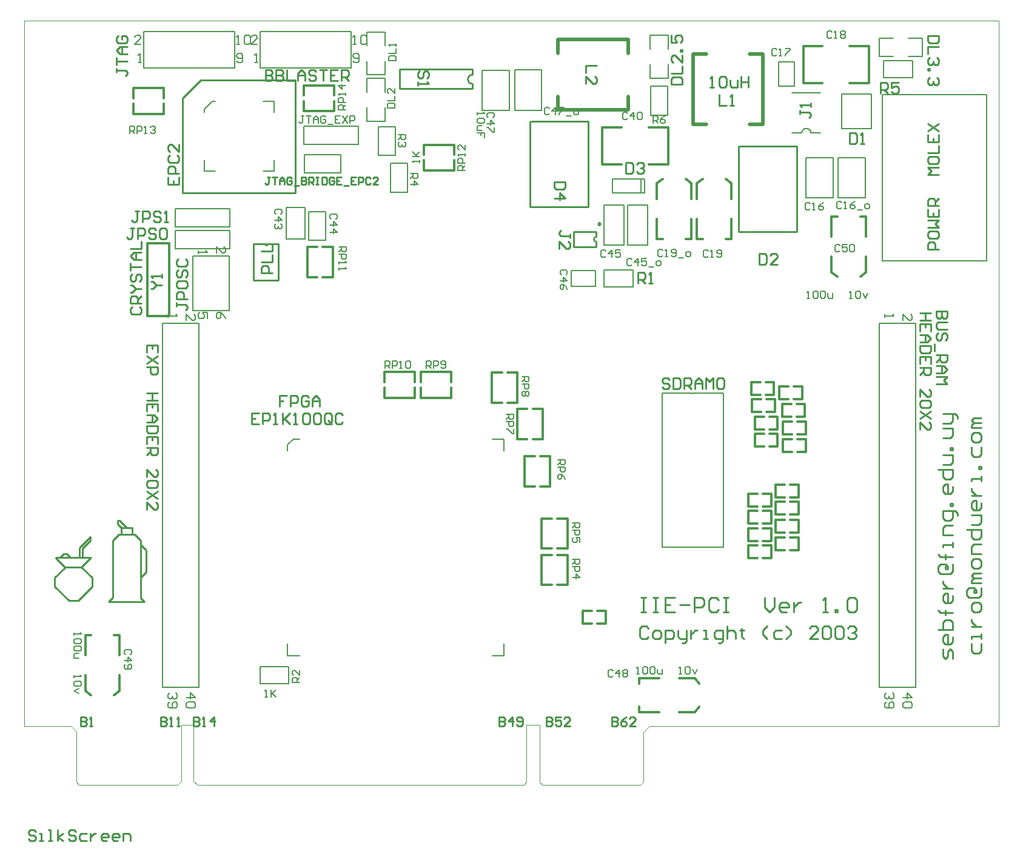
<source format=gto>
%FSLAX24Y24*%
%MOIN*%
G70*
G01*
G75*
%ADD10C,0.0080*%
%ADD11R,0.2400X0.2600*%
%ADD12R,0.0600X0.1000*%
%ADD13R,0.0400X0.0400*%
%ADD14R,0.0300X0.0300*%
%ADD15R,0.0350X0.0200*%
%ADD16R,0.1024X0.1417*%
%ADD17R,0.0630X0.0630*%
%ADD18R,0.0472X0.0433*%
%ADD19R,0.0600X0.0600*%
%ADD20R,0.1024X0.0630*%
%ADD21R,0.0433X0.0472*%
%ADD22R,0.0787X0.1496*%
%ADD23R,0.0354X0.0315*%
%ADD24R,0.1102X0.2126*%
%ADD25R,0.1417X0.1024*%
%ADD26R,0.1024X0.1417*%
%ADD27O,0.0630X0.0115*%
%ADD28R,0.0630X0.0115*%
%ADD29R,0.0315X0.0354*%
%ADD30R,0.0394X0.0551*%
%ADD31R,0.0394X0.0394*%
%ADD32O,0.0866X0.0256*%
%ADD33O,0.0256X0.0866*%
%ADD34R,0.0256X0.0866*%
%ADD35R,0.0945X0.0315*%
%ADD36O,0.0945X0.0315*%
%ADD37R,0.0157X0.0531*%
%ADD38O,0.0400X0.2000*%
%ADD39R,0.2126X0.1102*%
%ADD40O,0.0600X0.1700*%
%ADD41R,0.0600X0.1700*%
%ADD42R,0.0551X0.0512*%
%ADD43R,0.0200X0.0350*%
%ADD44R,0.0500X0.0180*%
%ADD45O,0.0115X0.0630*%
%ADD46O,0.0115X0.0630*%
%ADD47O,0.0630X0.0115*%
%ADD48R,0.0630X0.0114*%
%ADD49C,0.0100*%
%ADD50C,0.0090*%
%ADD51C,0.0070*%
%ADD52C,0.0150*%
%ADD53C,0.0200*%
%ADD54C,0.0800*%
%ADD55C,0.0250*%
%ADD56C,0.0120*%
%ADD57C,0.0197*%
%ADD58R,0.2035X0.2420*%
%ADD59C,0.0620*%
%ADD60C,0.1700*%
%ADD61C,0.1184*%
%ADD62C,0.0800*%
%ADD63C,0.0250*%
%ADD64R,0.0512X0.0551*%
%ADD65C,0.0280*%
%ADD66C,0.0220*%
%ADD67C,0.0079*%
%ADD68C,0.0098*%
%ADD69C,0.0010*%
D10*
X109494Y28430D02*
X111494D01*
X109494Y48430D02*
X111494D01*
Y28430D02*
Y48430D01*
X109494Y28430D02*
Y48430D01*
X70094Y28430D02*
X72094D01*
X70094Y48430D02*
X72094D01*
Y28430D02*
Y48430D01*
X70094Y28430D02*
Y48430D01*
X109644Y51860D02*
X115394Y51870D01*
X109644D02*
Y61010D01*
X115394D01*
Y51870D02*
Y61010D01*
X69074Y62460D02*
X74074D01*
X69074Y64460D02*
X74074D01*
X69074Y62460D02*
Y64460D01*
X74074Y62460D02*
Y64460D01*
X80874Y58260D02*
Y59260D01*
X77874Y58260D02*
X80874D01*
X77874Y59260D02*
X80874D01*
X77874Y58260D02*
Y59260D01*
X80474Y62460D02*
Y64460D01*
X75474Y62460D02*
Y64460D01*
X80474D01*
X75474Y62460D02*
X80474D01*
X71754Y49130D02*
X73754D01*
X71754Y52130D02*
X73754D01*
Y49130D02*
Y52130D01*
X71754Y49130D02*
Y52130D01*
Y49130D02*
Y51047D01*
X77894Y56710D02*
Y57710D01*
X79894D01*
X77894Y56710D02*
X79894D01*
Y57710D01*
X73804Y53740D02*
Y54740D01*
X70804Y53740D02*
X73804D01*
X70804Y54740D02*
X73804D01*
X70804Y53740D02*
Y54740D01*
X70800Y52550D02*
Y53550D01*
X73800D01*
X70800Y52550D02*
X73800D01*
Y53550D01*
X87394Y60040D02*
Y59907D01*
Y59974D01*
X87793D01*
X87727Y60040D01*
Y59707D02*
X87793Y59640D01*
Y59507D01*
X87727Y59440D01*
X87460D01*
X87394Y59507D01*
Y59640D01*
X87460Y59707D01*
X87727D01*
X87660Y59307D02*
X87460D01*
X87394Y59240D01*
Y59041D01*
X87660D01*
X87793Y58641D02*
Y58907D01*
X87593D01*
Y58774D01*
Y58907D01*
X87394D01*
X88247Y59744D02*
X88313Y59810D01*
Y59944D01*
X88247Y60010D01*
X87980D01*
X87914Y59944D01*
Y59810D01*
X87980Y59744D01*
X87914Y59410D02*
X88313D01*
X88113Y59610D01*
Y59344D01*
X88313Y59210D02*
Y58944D01*
X88247D01*
X87980Y59210D01*
X87914D01*
X95907Y51953D02*
X95840Y52020D01*
X95707D01*
X95640Y51953D01*
Y51687D01*
X95707Y51620D01*
X95840D01*
X95907Y51687D01*
X96240Y51620D02*
Y52020D01*
X96040Y51820D01*
X96306D01*
X96706Y52020D02*
X96440D01*
Y51820D01*
X96573Y51887D01*
X96640D01*
X96706Y51820D01*
Y51687D01*
X96640Y51620D01*
X96506D01*
X96440Y51687D01*
X96840Y51553D02*
X97106D01*
X97306Y51620D02*
X97439D01*
X97506Y51687D01*
Y51820D01*
X97439Y51887D01*
X97306D01*
X97239Y51820D01*
Y51687D01*
X97306Y51620D01*
X97597Y52443D02*
X97530Y52510D01*
X97397D01*
X97330Y52443D01*
Y52177D01*
X97397Y52110D01*
X97530D01*
X97597Y52177D01*
X97730Y52110D02*
X97863D01*
X97797D01*
Y52510D01*
X97730Y52443D01*
X98063Y52177D02*
X98130Y52110D01*
X98263D01*
X98330Y52177D01*
Y52443D01*
X98263Y52510D01*
X98130D01*
X98063Y52443D01*
Y52377D01*
X98130Y52310D01*
X98330D01*
X98463Y52043D02*
X98730D01*
X98929Y52110D02*
X99063D01*
X99129Y52177D01*
Y52310D01*
X99063Y52377D01*
X98929D01*
X98863Y52310D01*
Y52177D01*
X98929Y52110D01*
X107430Y55073D02*
X107364Y55140D01*
X107230D01*
X107164Y55073D01*
Y54807D01*
X107230Y54740D01*
X107364D01*
X107430Y54807D01*
X107563Y54740D02*
X107697D01*
X107630D01*
Y55140D01*
X107563Y55073D01*
X108163Y55140D02*
X108030Y55073D01*
X107897Y54940D01*
Y54807D01*
X107963Y54740D01*
X108097D01*
X108163Y54807D01*
Y54873D01*
X108097Y54940D01*
X107897D01*
X108297Y54674D02*
X108563D01*
X108763Y54740D02*
X108896D01*
X108963Y54807D01*
Y54940D01*
X108896Y55007D01*
X108763D01*
X108696Y54940D01*
Y54807D01*
X108763Y54740D01*
X80164Y60160D02*
X79764D01*
Y60360D01*
X79830Y60427D01*
X79964D01*
X80030Y60360D01*
Y60160D01*
Y60293D02*
X80164Y60427D01*
Y60560D02*
X79764D01*
Y60760D01*
X79830Y60827D01*
X79964D01*
X80030Y60760D01*
Y60560D01*
X80164Y60960D02*
Y61093D01*
Y61027D01*
X79764D01*
X79830Y60960D01*
X80164Y61493D02*
X79764D01*
X79964Y61293D01*
Y61560D01*
X68298Y58885D02*
Y59285D01*
X68498D01*
X68564Y59218D01*
Y59085D01*
X68498Y59018D01*
X68298D01*
X68431D02*
X68564Y58885D01*
X68697D02*
Y59285D01*
X68897D01*
X68964Y59218D01*
Y59085D01*
X68897Y59018D01*
X68697D01*
X69097Y58885D02*
X69231D01*
X69164D01*
Y59285D01*
X69097Y59218D01*
X69431D02*
X69497Y59285D01*
X69630D01*
X69697Y59218D01*
Y59152D01*
X69630Y59085D01*
X69564D01*
X69630D01*
X69697Y59018D01*
Y58952D01*
X69630Y58885D01*
X69497D01*
X69431Y58952D01*
X84214Y57260D02*
Y57393D01*
Y57327D01*
X83814D01*
X83880Y57260D01*
X83814Y57593D02*
X84214D01*
X84080D01*
X83814Y57860D01*
X84014Y57660D01*
X84214Y57860D01*
X86724Y56840D02*
X86324D01*
Y57040D01*
X86390Y57107D01*
X86524D01*
X86590Y57040D01*
Y56840D01*
Y56973D02*
X86724Y57107D01*
Y57240D02*
X86324D01*
Y57440D01*
X86390Y57507D01*
X86524D01*
X86590Y57440D01*
Y57240D01*
X86724Y57640D02*
Y57773D01*
Y57707D01*
X86324D01*
X86390Y57640D01*
X86724Y58240D02*
Y57973D01*
X86457Y58240D01*
X86390D01*
X86324Y58173D01*
Y58040D01*
X86390Y57973D01*
X79794Y52650D02*
X80193D01*
Y52450D01*
X80127Y52384D01*
X79994D01*
X79927Y52450D01*
Y52650D01*
Y52517D02*
X79794Y52384D01*
Y52250D02*
X80193D01*
Y52050D01*
X80127Y51984D01*
X79994D01*
X79927Y52050D01*
Y52250D01*
X79794Y51850D02*
Y51717D01*
Y51784D01*
X80193D01*
X80127Y51850D01*
X79794Y51517D02*
Y51384D01*
Y51451D01*
X80193D01*
X80127Y51517D01*
X92624Y37480D02*
X93023D01*
Y37280D01*
X92957Y37214D01*
X92823D01*
X92757Y37280D01*
Y37480D01*
Y37347D02*
X92624Y37214D01*
Y37080D02*
X93023D01*
Y36880D01*
X92957Y36814D01*
X92823D01*
X92757Y36880D01*
Y37080D01*
X93023Y36414D02*
Y36680D01*
X92823D01*
X92890Y36547D01*
Y36481D01*
X92823Y36414D01*
X92690D01*
X92624Y36481D01*
Y36614D01*
X92690Y36680D01*
X84604Y45960D02*
Y46360D01*
X84803D01*
X84870Y46293D01*
Y46160D01*
X84803Y46093D01*
X84604D01*
X84737D02*
X84870Y45960D01*
X85003D02*
Y46360D01*
X85203D01*
X85270Y46293D01*
Y46160D01*
X85203Y46093D01*
X85003D01*
X85403Y46027D02*
X85470Y45960D01*
X85603D01*
X85670Y46027D01*
Y46293D01*
X85603Y46360D01*
X85470D01*
X85403Y46293D01*
Y46227D01*
X85470Y46160D01*
X85670D01*
X89844Y45520D02*
X90243D01*
Y45320D01*
X90177Y45254D01*
X90043D01*
X89977Y45320D01*
Y45520D01*
Y45387D02*
X89844Y45254D01*
Y45120D02*
X90243D01*
Y44920D01*
X90177Y44854D01*
X90043D01*
X89977Y44920D01*
Y45120D01*
X90177Y44720D02*
X90243Y44654D01*
Y44521D01*
X90177Y44454D01*
X90110D01*
X90043Y44521D01*
X89977Y44454D01*
X89910D01*
X89844Y44521D01*
Y44654D01*
X89910Y44720D01*
X89977D01*
X90043Y44654D01*
X90110Y44720D01*
X90177D01*
X90043Y44654D02*
Y44521D01*
X88980Y43440D02*
X89380D01*
Y43240D01*
X89313Y43174D01*
X89180D01*
X89113Y43240D01*
Y43440D01*
Y43307D02*
X88980Y43174D01*
Y43040D02*
X89380D01*
Y42840D01*
X89313Y42774D01*
X89180D01*
X89113Y42840D01*
Y43040D01*
X89380Y42640D02*
Y42374D01*
X89313D01*
X89047Y42640D01*
X88980D01*
X91814Y40950D02*
X92213D01*
Y40750D01*
X92147Y40684D01*
X92014D01*
X91947Y40750D01*
Y40950D01*
Y40817D02*
X91814Y40684D01*
Y40550D02*
X92213D01*
Y40350D01*
X92147Y40284D01*
X92014D01*
X91947Y40350D01*
Y40550D01*
X92213Y39884D02*
X92147Y40017D01*
X92014Y40150D01*
X91880D01*
X91814Y40084D01*
Y39951D01*
X91880Y39884D01*
X91947D01*
X92014Y39951D01*
Y40150D01*
X82334Y45990D02*
Y46390D01*
X82534D01*
X82600Y46323D01*
Y46190D01*
X82534Y46123D01*
X82334D01*
X82467D02*
X82600Y45990D01*
X82733D02*
Y46390D01*
X82933D01*
X83000Y46323D01*
Y46190D01*
X82933Y46123D01*
X82733D01*
X83133Y45990D02*
X83267D01*
X83200D01*
Y46390D01*
X83133Y46323D01*
X83467D02*
X83533Y46390D01*
X83666D01*
X83733Y46323D01*
Y46057D01*
X83666Y45990D01*
X83533D01*
X83467Y46057D01*
Y46323D01*
X92624Y35470D02*
X93023D01*
Y35270D01*
X92957Y35204D01*
X92823D01*
X92757Y35270D01*
Y35470D01*
Y35337D02*
X92624Y35204D01*
Y35070D02*
X93023D01*
Y34870D01*
X92957Y34804D01*
X92823D01*
X92757Y34870D01*
Y35070D01*
X92624Y34471D02*
X93023D01*
X92823Y34670D01*
Y34404D01*
X97070Y59430D02*
Y59830D01*
X97270D01*
X97337Y59763D01*
Y59630D01*
X97270Y59563D01*
X97070D01*
X97203D02*
X97337Y59430D01*
X97736Y59830D02*
X97603Y59763D01*
X97470Y59630D01*
Y59497D01*
X97537Y59430D01*
X97670D01*
X97736Y59497D01*
Y59563D01*
X97670Y59630D01*
X97470D01*
X83714Y56690D02*
X84113D01*
Y56490D01*
X84047Y56424D01*
X83913D01*
X83847Y56490D01*
Y56690D01*
Y56557D02*
X83714Y56424D01*
Y56090D02*
X84113D01*
X83913Y56290D01*
Y56024D01*
X83064Y58810D02*
X83463D01*
Y58610D01*
X83397Y58544D01*
X83264D01*
X83197Y58610D01*
Y58810D01*
Y58677D02*
X83064Y58544D01*
X83397Y58410D02*
X83463Y58344D01*
Y58210D01*
X83397Y58144D01*
X83330D01*
X83264Y58210D01*
Y58277D01*
Y58210D01*
X83197Y58144D01*
X83130D01*
X83064Y58210D01*
Y58344D01*
X83130Y58410D01*
X75730Y27900D02*
X75863D01*
X75797D01*
Y28300D01*
X75730Y28233D01*
X76063Y28300D02*
Y27900D01*
Y28033D01*
X76330Y28300D01*
X76130Y28100D01*
X76330Y27900D01*
X77630Y28700D02*
X77230D01*
Y28900D01*
X77297Y28967D01*
X77430D01*
X77497Y28900D01*
Y28700D01*
Y28833D02*
X77630Y28967D01*
Y29366D02*
Y29100D01*
X77363Y29366D01*
X77297D01*
X77230Y29300D01*
Y29167D01*
X77297Y29100D01*
X77860Y59840D02*
X77727D01*
X77793D01*
Y59507D01*
X77727Y59440D01*
X77660D01*
X77594Y59507D01*
X77993Y59840D02*
X78260D01*
X78127D01*
Y59440D01*
X78393D02*
Y59707D01*
X78527Y59840D01*
X78660Y59707D01*
Y59440D01*
Y59640D01*
X78393D01*
X79060Y59773D02*
X78993Y59840D01*
X78860D01*
X78793Y59773D01*
Y59507D01*
X78860Y59440D01*
X78993D01*
X79060Y59507D01*
Y59640D01*
X78926D01*
X79193Y59374D02*
X79460D01*
X79859Y59840D02*
X79593D01*
Y59440D01*
X79859D01*
X79593Y59640D02*
X79726D01*
X79993Y59840D02*
X80259Y59440D01*
Y59840D02*
X79993Y59440D01*
X80393D02*
Y59840D01*
X80593D01*
X80659Y59773D01*
Y59640D01*
X80593Y59573D01*
X80393D01*
X82454Y60290D02*
X82854D01*
Y60490D01*
X82787Y60557D01*
X82520D01*
X82454Y60490D01*
Y60290D01*
Y60690D02*
X82854D01*
Y60957D01*
Y61357D02*
Y61090D01*
X82587Y61357D01*
X82520D01*
X82454Y61290D01*
Y61157D01*
X82520Y61090D01*
X82514Y62890D02*
X82914D01*
Y63090D01*
X82847Y63157D01*
X82580D01*
X82514Y63090D01*
Y62890D01*
Y63290D02*
X82914D01*
Y63557D01*
Y63690D02*
Y63823D01*
Y63757D01*
X82514D01*
X82580Y63690D01*
X105519Y49825D02*
X105652D01*
X105585D01*
Y50225D01*
X105519Y50158D01*
X105852D02*
X105918Y50225D01*
X106052D01*
X106118Y50158D01*
Y49892D01*
X106052Y49825D01*
X105918D01*
X105852Y49892D01*
Y50158D01*
X106252D02*
X106318Y50225D01*
X106452D01*
X106518Y50158D01*
Y49892D01*
X106452Y49825D01*
X106318D01*
X106252Y49892D01*
Y50158D01*
X106652Y50092D02*
Y49892D01*
X106718Y49825D01*
X106918D01*
Y50092D01*
X107851Y49825D02*
X107984D01*
X107918D01*
Y50225D01*
X107851Y50158D01*
X108184D02*
X108251Y50225D01*
X108384D01*
X108451Y50158D01*
Y49892D01*
X108384Y49825D01*
X108251D01*
X108184Y49892D01*
Y50158D01*
X108584Y50092D02*
X108718Y49825D01*
X108851Y50092D01*
X107325Y52698D02*
X107259Y52765D01*
X107125D01*
X107059Y52698D01*
Y52432D01*
X107125Y52365D01*
X107259D01*
X107325Y52432D01*
X107725Y52765D02*
X107458D01*
Y52565D01*
X107592Y52632D01*
X107658D01*
X107725Y52565D01*
Y52432D01*
X107658Y52365D01*
X107525D01*
X107458Y52432D01*
X107858Y52698D02*
X107925Y52765D01*
X108058D01*
X108125Y52698D01*
Y52432D01*
X108058Y52365D01*
X107925D01*
X107858Y52432D01*
Y52698D01*
X65234Y31450D02*
Y31317D01*
Y31384D01*
X65633D01*
X65567Y31450D01*
Y31117D02*
X65633Y31050D01*
Y30917D01*
X65567Y30850D01*
X65300D01*
X65234Y30917D01*
Y31050D01*
X65300Y31117D01*
X65567D01*
Y30717D02*
X65633Y30650D01*
Y30517D01*
X65567Y30451D01*
X65300D01*
X65234Y30517D01*
Y30650D01*
X65300Y30717D01*
X65567D01*
X65500Y30317D02*
X65300D01*
X65234Y30251D01*
Y30051D01*
X65500D01*
X65234Y29118D02*
Y28984D01*
Y29051D01*
X65633D01*
X65567Y29118D01*
Y28784D02*
X65633Y28718D01*
Y28584D01*
X65567Y28518D01*
X65300D01*
X65234Y28584D01*
Y28718D01*
X65300Y28784D01*
X65567D01*
X65500Y28385D02*
X65234Y28251D01*
X65500Y28118D01*
X68322Y30229D02*
X68388Y30295D01*
Y30429D01*
X68322Y30495D01*
X68055D01*
X67989Y30429D01*
Y30295D01*
X68055Y30229D01*
X67989Y29895D02*
X68388D01*
X68189Y30095D01*
Y29829D01*
X68055Y29695D02*
X67989Y29629D01*
Y29496D01*
X68055Y29429D01*
X68322D01*
X68388Y29496D01*
Y29629D01*
X68322Y29695D01*
X68255D01*
X68189Y29629D01*
Y29429D01*
X96174Y29170D02*
X96307D01*
X96240D01*
Y29570D01*
X96174Y29503D01*
X96507D02*
X96573Y29570D01*
X96707D01*
X96773Y29503D01*
Y29237D01*
X96707Y29170D01*
X96573D01*
X96507Y29237D01*
Y29503D01*
X96907D02*
X96973Y29570D01*
X97107D01*
X97173Y29503D01*
Y29237D01*
X97107Y29170D01*
X96973D01*
X96907Y29237D01*
Y29503D01*
X97307Y29437D02*
Y29237D01*
X97373Y29170D01*
X97573D01*
Y29437D01*
X98506Y29170D02*
X98639D01*
X98573D01*
Y29570D01*
X98506Y29503D01*
X98839D02*
X98906Y29570D01*
X99039D01*
X99106Y29503D01*
Y29237D01*
X99039Y29170D01*
X98906D01*
X98839Y29237D01*
Y29503D01*
X99239Y29437D02*
X99373Y29170D01*
X99506Y29437D01*
X94850Y29343D02*
X94783Y29410D01*
X94650D01*
X94584Y29343D01*
Y29077D01*
X94650Y29010D01*
X94783D01*
X94850Y29077D01*
X95183Y29010D02*
Y29410D01*
X94983Y29210D01*
X95250D01*
X95383Y29343D02*
X95450Y29410D01*
X95583D01*
X95650Y29343D01*
Y29277D01*
X95583Y29210D01*
X95650Y29143D01*
Y29077D01*
X95583Y29010D01*
X95450D01*
X95383Y29077D01*
Y29143D01*
X95450Y29210D01*
X95383Y29277D01*
Y29343D01*
X95450Y29210D02*
X95583D01*
X91360Y60243D02*
X91293Y60310D01*
X91160D01*
X91094Y60243D01*
Y59977D01*
X91160Y59910D01*
X91293D01*
X91360Y59977D01*
X91693Y59910D02*
Y60310D01*
X91493Y60110D01*
X91760D01*
X91893Y60310D02*
X92160D01*
Y60243D01*
X91893Y59977D01*
Y59910D01*
X92293Y59844D02*
X92560D01*
X92760Y59910D02*
X92893D01*
X92960Y59977D01*
Y60110D01*
X92893Y60177D01*
X92760D01*
X92693Y60110D01*
Y59977D01*
X92760Y59910D01*
X92277Y51124D02*
X92343Y51190D01*
Y51324D01*
X92277Y51390D01*
X92010D01*
X91944Y51324D01*
Y51190D01*
X92010Y51124D01*
X91944Y50790D02*
X92343D01*
X92143Y50990D01*
Y50724D01*
X92343Y50324D02*
X92277Y50457D01*
X92143Y50590D01*
X92010D01*
X91944Y50524D01*
Y50391D01*
X92010Y50324D01*
X92077D01*
X92143Y50391D01*
Y50590D01*
X94450Y52403D02*
X94383Y52470D01*
X94250D01*
X94184Y52403D01*
Y52137D01*
X94250Y52070D01*
X94383D01*
X94450Y52137D01*
X94783Y52070D02*
Y52470D01*
X94583Y52270D01*
X94850D01*
X95250Y52470D02*
X94983D01*
Y52270D01*
X95117Y52337D01*
X95183D01*
X95250Y52270D01*
Y52137D01*
X95183Y52070D01*
X95050D01*
X94983Y52137D01*
X95660Y59983D02*
X95594Y60050D01*
X95460D01*
X95394Y59983D01*
Y59717D01*
X95460Y59650D01*
X95594D01*
X95660Y59717D01*
X95993Y59650D02*
Y60050D01*
X95793Y59850D01*
X96060D01*
X96193Y59983D02*
X96260Y60050D01*
X96393D01*
X96460Y59983D01*
Y59717D01*
X96393Y59650D01*
X96260D01*
X96193Y59717D01*
Y59983D01*
X100080Y52403D02*
X100014Y52470D01*
X99880D01*
X99814Y52403D01*
Y52137D01*
X99880Y52070D01*
X100014D01*
X100080Y52137D01*
X100213Y52070D02*
X100347D01*
X100280D01*
Y52470D01*
X100213Y52403D01*
X100547Y52137D02*
X100613Y52070D01*
X100747D01*
X100813Y52137D01*
Y52403D01*
X100747Y52470D01*
X100613D01*
X100547Y52403D01*
Y52337D01*
X100613Y52270D01*
X100813D01*
X106880Y64443D02*
X106813Y64510D01*
X106680D01*
X106614Y64443D01*
Y64177D01*
X106680Y64110D01*
X106813D01*
X106880Y64177D01*
X107013Y64110D02*
X107147D01*
X107080D01*
Y64510D01*
X107013Y64443D01*
X107347D02*
X107413Y64510D01*
X107547D01*
X107613Y64443D01*
Y64377D01*
X107547Y64310D01*
X107613Y64243D01*
Y64177D01*
X107547Y64110D01*
X107413D01*
X107347Y64177D01*
Y64243D01*
X107413Y64310D01*
X107347Y64377D01*
Y64443D01*
X107413Y64310D02*
X107547D01*
X103860Y63463D02*
X103793Y63530D01*
X103660D01*
X103594Y63463D01*
Y63197D01*
X103660Y63130D01*
X103793D01*
X103860Y63197D01*
X103993Y63130D02*
X104127D01*
X104060D01*
Y63530D01*
X103993Y63463D01*
X104327Y63530D02*
X104593D01*
Y63463D01*
X104327Y63197D01*
Y63130D01*
X105680Y55013D02*
X105613Y55080D01*
X105480D01*
X105414Y55013D01*
Y54747D01*
X105480Y54680D01*
X105613D01*
X105680Y54747D01*
X105813Y54680D02*
X105947D01*
X105880D01*
Y55080D01*
X105813Y55013D01*
X106413Y55080D02*
X106280Y55013D01*
X106147Y54880D01*
Y54747D01*
X106213Y54680D01*
X106347D01*
X106413Y54747D01*
Y54813D01*
X106347Y54880D01*
X106147D01*
X79627Y54184D02*
X79693Y54250D01*
Y54384D01*
X79627Y54450D01*
X79360D01*
X79294Y54384D01*
Y54250D01*
X79360Y54184D01*
X79294Y53850D02*
X79693D01*
X79493Y54050D01*
Y53784D01*
X79294Y53451D02*
X79693D01*
X79493Y53650D01*
Y53384D01*
X76593Y54433D02*
X76660Y54500D01*
Y54633D01*
X76593Y54700D01*
X76327D01*
X76260Y54633D01*
Y54500D01*
X76327Y54433D01*
X76260Y54100D02*
X76660D01*
X76460Y54300D01*
Y54034D01*
X76593Y53900D02*
X76660Y53834D01*
Y53700D01*
X76593Y53634D01*
X76527D01*
X76460Y53700D01*
Y53767D01*
Y53700D01*
X76393Y53634D01*
X76327D01*
X76260Y53700D01*
Y53834D01*
X76327Y53900D01*
X110210Y28130D02*
X110293Y28047D01*
Y27880D01*
X110210Y27797D01*
X110127D01*
X110043Y27880D01*
Y27964D01*
Y27880D01*
X109960Y27797D01*
X109877D01*
X109794Y27880D01*
Y28047D01*
X109877Y28130D01*
Y27630D02*
X109794Y27547D01*
Y27380D01*
X109877Y27297D01*
X110210D01*
X110293Y27380D01*
Y27547D01*
X110210Y27630D01*
X110127D01*
X110043Y27547D01*
Y27297D01*
X110794Y27880D02*
X111293D01*
X111043Y28130D01*
Y27797D01*
X111210Y27630D02*
X111293Y27547D01*
Y27380D01*
X111210Y27297D01*
X110877D01*
X110794Y27380D01*
Y27547D01*
X110877Y27630D01*
X111210D01*
X110794Y48597D02*
Y48930D01*
X111127Y48597D01*
X111210D01*
X111293Y48680D01*
Y48847D01*
X111210Y48930D01*
X109794D02*
Y48764D01*
Y48847D01*
X110293D01*
X110210Y48930D01*
X70810Y28130D02*
X70893Y28047D01*
Y27880D01*
X70810Y27797D01*
X70727D01*
X70643Y27880D01*
Y27964D01*
Y27880D01*
X70560Y27797D01*
X70477D01*
X70394Y27880D01*
Y28047D01*
X70477Y28130D01*
Y27630D02*
X70394Y27547D01*
Y27380D01*
X70477Y27297D01*
X70810D01*
X70893Y27380D01*
Y27547D01*
X70810Y27630D01*
X70727D01*
X70643Y27547D01*
Y27297D01*
X71394Y27880D02*
X71893D01*
X71643Y28130D01*
Y27797D01*
X71810Y27630D02*
X71893Y27547D01*
Y27380D01*
X71810Y27297D01*
X71477D01*
X71394Y27380D01*
Y27547D01*
X71477Y27630D01*
X71810D01*
X71394Y48597D02*
Y48930D01*
X71727Y48597D01*
X71810D01*
X71893Y48680D01*
Y48847D01*
X71810Y48930D01*
X70394D02*
Y48764D01*
Y48847D01*
X70893D01*
X70810Y48930D01*
X74174Y63760D02*
X74340D01*
X74257D01*
Y64260D01*
X74174Y64177D01*
X74590D02*
X74673Y64260D01*
X74840D01*
X74923Y64177D01*
Y63843D01*
X74840Y63760D01*
X74673D01*
X74590Y63843D01*
Y64177D01*
X74174Y62843D02*
X74257Y62760D01*
X74423D01*
X74507Y62843D01*
Y63177D01*
X74423Y63260D01*
X74257D01*
X74174Y63177D01*
Y63093D01*
X74257Y63010D01*
X74507D01*
X68774Y62760D02*
X68940D01*
X68857D01*
Y63260D01*
X68774Y63177D01*
X68907Y63760D02*
X68574D01*
X68907Y64093D01*
Y64177D01*
X68823Y64260D01*
X68657D01*
X68574Y64177D01*
X75307Y63760D02*
X74974D01*
X75307Y64093D01*
Y64177D01*
X75223Y64260D01*
X75057D01*
X74974Y64177D01*
X75174Y62760D02*
X75340D01*
X75257D01*
Y63260D01*
X75174Y63177D01*
X80574Y62843D02*
X80657Y62760D01*
X80823D01*
X80907Y62843D01*
Y63177D01*
X80823Y63260D01*
X80657D01*
X80574Y63177D01*
Y63093D01*
X80657Y63010D01*
X80907D01*
X80574Y63760D02*
X80740D01*
X80657D01*
Y64260D01*
X80574Y64177D01*
X80990D02*
X81073Y64260D01*
X81240D01*
X81323Y64177D01*
Y63843D01*
X81240Y63760D01*
X81073D01*
X80990Y63843D01*
Y64177D01*
X73553Y48697D02*
X73470Y48864D01*
X73303Y49030D01*
X73137D01*
X73054Y48947D01*
Y48780D01*
X73137Y48697D01*
X73220D01*
X73303Y48780D01*
Y49030D01*
X72553Y48697D02*
Y49030D01*
X72303D01*
X72387Y48864D01*
Y48780D01*
X72303Y48697D01*
X72137D01*
X72054Y48780D01*
Y48947D01*
X72137Y49030D01*
X73054Y52297D02*
Y52630D01*
X73387Y52297D01*
X73470D01*
X73553Y52380D01*
Y52547D01*
X73470Y52630D01*
X72054Y52430D02*
Y52264D01*
Y52347D01*
X72553D01*
X72470Y52430D01*
D49*
X87119Y62115D02*
X87023Y62096D01*
X86942Y62042D01*
X86888Y61961D01*
X86869Y61865D01*
X86888Y61770D01*
X86942Y61688D01*
X87023Y61634D01*
X87119Y61615D01*
X75731Y52800D02*
X75794Y52738D01*
X75856Y52800D01*
X68889Y34461D02*
X69203Y34775D01*
Y35966D01*
X68889Y36280D02*
X69203Y35966D01*
X68889Y36280D02*
Y36289D01*
X67723Y37604D02*
X68128Y37198D01*
X67632Y37604D02*
X67723D01*
X67624Y37595D02*
X67632Y37604D01*
X67624Y37422D02*
Y37595D01*
Y37422D02*
X67831Y37215D01*
Y37198D02*
Y37215D01*
X68434Y36835D02*
Y37190D01*
X68426Y37198D02*
X68434Y37190D01*
X67831Y37198D02*
X68426D01*
X67831Y36835D02*
Y37198D01*
X67136Y33154D02*
X67202Y33146D01*
X69088D01*
X68889Y33345D02*
X69088Y33146D01*
X68889Y33345D02*
Y36504D01*
X68558Y36835D02*
X68889Y36504D01*
X67698Y36835D02*
X68558D01*
X67367Y36504D02*
X67698Y36835D01*
X67367Y33386D02*
Y36504D01*
X67136Y33154D02*
X67367Y33386D01*
X67136Y33154D02*
D01*
X64448Y35569D02*
X64647Y35768D01*
X64820D01*
X65019Y35569D01*
X65176D01*
X65705D02*
Y36074D01*
X66135Y36504D01*
Y36702D01*
X65540Y36107D02*
X66135Y36702D01*
X65540Y35569D02*
Y36107D01*
X65639Y35040D02*
X66218Y34461D01*
Y33965D02*
Y34461D01*
X65474Y33212D02*
X66218Y33965D01*
X64953Y33212D02*
X65474D01*
X64175Y33990D02*
X64953Y33212D01*
X64175Y33990D02*
Y34469D01*
X64713Y35007D01*
Y35040D01*
X64217Y35536D02*
Y35569D01*
Y35536D02*
X64713Y35040D01*
X65639D01*
X66168Y35569D01*
X64217D02*
X66168D01*
X101774Y53490D02*
X104974D01*
Y58190D01*
X101824D02*
X104974D01*
X101774Y53490D02*
Y58190D01*
X90300Y54850D02*
Y59550D01*
X90350D02*
X93500D01*
Y54850D02*
Y59550D01*
X90300Y54850D02*
X93500D01*
X71194Y55610D02*
X77394D01*
Y61810D01*
X71194Y55610D02*
Y60810D01*
X72194Y61810D01*
X77394D01*
X83119Y62395D02*
X87119D01*
X83119Y61335D02*
Y62395D01*
Y61335D02*
X87119D01*
Y61615D01*
Y62115D02*
Y62395D01*
X75104Y50805D02*
Y52805D01*
Y50805D02*
X76454D01*
Y52805D01*
X75856Y52800D02*
X76454Y52805D01*
X75104D02*
X75731Y52800D01*
X76000Y56490D02*
X75867D01*
X75933D01*
Y56157D01*
X75867Y56090D01*
X75800D01*
X75734Y56157D01*
X76133Y56490D02*
X76400D01*
X76267D01*
Y56090D01*
X76533D02*
Y56357D01*
X76667Y56490D01*
X76800Y56357D01*
Y56090D01*
Y56290D01*
X76533D01*
X77200Y56423D02*
X77133Y56490D01*
X77000D01*
X76933Y56423D01*
Y56157D01*
X77000Y56090D01*
X77133D01*
X77200Y56157D01*
Y56290D01*
X77066D01*
X77333Y56024D02*
X77600D01*
X77733Y56490D02*
Y56090D01*
X77933D01*
X78000Y56157D01*
Y56223D01*
X77933Y56290D01*
X77733D01*
X77933D01*
X78000Y56357D01*
Y56423D01*
X77933Y56490D01*
X77733D01*
X78133Y56090D02*
Y56490D01*
X78333D01*
X78399Y56423D01*
Y56290D01*
X78333Y56223D01*
X78133D01*
X78266D02*
X78399Y56090D01*
X78533Y56490D02*
X78666D01*
X78599D01*
Y56090D01*
X78533D01*
X78666D01*
X78866Y56490D02*
Y56090D01*
X79066D01*
X79132Y56157D01*
Y56423D01*
X79066Y56490D01*
X78866D01*
X79532Y56423D02*
X79466Y56490D01*
X79332D01*
X79266Y56423D01*
Y56157D01*
X79332Y56090D01*
X79466D01*
X79532Y56157D01*
Y56290D01*
X79399D01*
X79932Y56490D02*
X79666D01*
Y56090D01*
X79932D01*
X79666Y56290D02*
X79799D01*
X80065Y56024D02*
X80332D01*
X80732Y56490D02*
X80465D01*
Y56090D01*
X80732D01*
X80465Y56290D02*
X80599D01*
X80865Y56090D02*
Y56490D01*
X81065D01*
X81132Y56423D01*
Y56290D01*
X81065Y56223D01*
X80865D01*
X81532Y56423D02*
X81465Y56490D01*
X81332D01*
X81265Y56423D01*
Y56157D01*
X81332Y56090D01*
X81465D01*
X81532Y56157D01*
X81932Y56090D02*
X81665D01*
X81932Y56357D01*
Y56423D01*
X81865Y56490D01*
X81732D01*
X81665Y56423D01*
X68414Y49350D02*
X68314Y49250D01*
Y49050D01*
X68414Y48950D01*
X68814D01*
X68914Y49050D01*
Y49250D01*
X68814Y49350D01*
X68914Y49550D02*
X68314D01*
Y49850D01*
X68414Y49950D01*
X68614D01*
X68714Y49850D01*
Y49550D01*
Y49750D02*
X68914Y49950D01*
X68314Y50150D02*
X68414D01*
X68614Y50350D01*
X68414Y50550D01*
X68314D01*
X68614Y50350D02*
X68914D01*
X68414Y51149D02*
X68314Y51050D01*
Y50850D01*
X68414Y50750D01*
X68514D01*
X68614Y50850D01*
Y51050D01*
X68714Y51149D01*
X68814D01*
X68914Y51050D01*
Y50850D01*
X68814Y50750D01*
X68314Y51349D02*
Y51749D01*
Y51549D01*
X68914D01*
Y51949D02*
X68514D01*
X68314Y52149D01*
X68514Y52349D01*
X68914D01*
X68614D01*
Y51949D01*
X68314Y52549D02*
X68914D01*
Y52949D01*
X69474Y50340D02*
X69574D01*
X69774Y50540D01*
X69574Y50740D01*
X69474D01*
X69774Y50540D02*
X70074D01*
Y50940D02*
Y51140D01*
Y51040D01*
X69474D01*
X69574Y50940D01*
X84613Y61915D02*
X84713Y62015D01*
Y62215D01*
X84613Y62315D01*
X84513D01*
X84413Y62215D01*
Y62015D01*
X84313Y61915D01*
X84214D01*
X84114Y62015D01*
Y62215D01*
X84214Y62315D01*
X84114Y61715D02*
Y61515D01*
Y61615D01*
X84713D01*
X84613Y61715D01*
X109569Y61085D02*
Y61685D01*
X109868D01*
X109968Y61585D01*
Y61385D01*
X109868Y61285D01*
X109569D01*
X109768D02*
X109968Y61085D01*
X110568Y61685D02*
X110168D01*
Y61385D01*
X110368Y61485D01*
X110468D01*
X110568Y61385D01*
Y61185D01*
X110468Y61085D01*
X110268D01*
X110168Y61185D01*
X96234Y50640D02*
Y51240D01*
X96533D01*
X96633Y51140D01*
Y50940D01*
X96533Y50840D01*
X96234D01*
X96433D02*
X96633Y50640D01*
X96833D02*
X97033D01*
X96933D01*
Y51240D01*
X96833Y51140D01*
X112754Y56620D02*
X112154D01*
X112354Y56820D01*
X112154Y57020D01*
X112754D01*
X112154Y57520D02*
Y57320D01*
X112254Y57220D01*
X112654D01*
X112754Y57320D01*
Y57520D01*
X112654Y57620D01*
X112254D01*
X112154Y57520D01*
Y57820D02*
X112754D01*
Y58220D01*
X112154Y58819D02*
Y58420D01*
X112754D01*
Y58819D01*
X112454Y58420D02*
Y58620D01*
X112154Y59019D02*
X112754Y59419D01*
X112154D02*
X112754Y59019D01*
Y52510D02*
X112154D01*
Y52810D01*
X112254Y52910D01*
X112454D01*
X112554Y52810D01*
Y52510D01*
X112154Y53410D02*
Y53210D01*
X112254Y53110D01*
X112654D01*
X112754Y53210D01*
Y53410D01*
X112654Y53510D01*
X112254D01*
X112154Y53410D01*
Y53710D02*
X112754D01*
X112554Y53910D01*
X112754Y54110D01*
X112154D01*
Y54709D02*
Y54310D01*
X112754D01*
Y54709D01*
X112454Y54310D02*
Y54510D01*
X112754Y54909D02*
X112154D01*
Y55209D01*
X112254Y55309D01*
X112454D01*
X112554Y55209D01*
Y54909D01*
Y55109D02*
X112754Y55309D01*
X76114Y51200D02*
X75514D01*
Y51500D01*
X75614Y51600D01*
X75814D01*
X75914Y51500D01*
Y51200D01*
X75514Y51800D02*
X76114D01*
Y52200D01*
X75514Y52400D02*
X76114D01*
Y52800D01*
X93963Y62610D02*
X93364D01*
Y62210D01*
Y61611D02*
Y62010D01*
X93763Y61611D01*
X93863D01*
X93963Y61710D01*
Y61910D01*
X93863Y62010D01*
X100190Y61420D02*
X100390D01*
X100290D01*
Y62020D01*
X100190Y61920D01*
X100690D02*
X100790Y62020D01*
X100990D01*
X101090Y61920D01*
Y61520D01*
X100990Y61420D01*
X100790D01*
X100690Y61520D01*
Y61920D01*
X101290Y61820D02*
Y61520D01*
X101390Y61420D01*
X101690D01*
Y61820D01*
X101889Y62020D02*
Y61420D01*
Y61720D01*
X102289D01*
Y62020D01*
Y61420D01*
X100680Y61010D02*
Y60410D01*
X101080D01*
X101280D02*
X101480D01*
X101380D01*
Y61010D01*
X101280Y60910D01*
X67549Y62435D02*
Y62235D01*
Y62335D01*
X68049D01*
X68149Y62235D01*
Y62135D01*
X68049Y62035D01*
X67549Y62635D02*
Y63035D01*
Y62835D01*
X68149D01*
Y63235D02*
X67749D01*
X67549Y63435D01*
X67749Y63635D01*
X68149D01*
X67849D01*
Y63235D01*
X67649Y64234D02*
X67549Y64135D01*
Y63935D01*
X67649Y63835D01*
X68049D01*
X68149Y63935D01*
Y64135D01*
X68049Y64234D01*
X67849D01*
Y64035D01*
X68790Y54620D02*
X68590D01*
X68690D01*
Y54120D01*
X68590Y54020D01*
X68490D01*
X68390Y54120D01*
X68990Y54020D02*
Y54620D01*
X69290D01*
X69390Y54520D01*
Y54320D01*
X69290Y54220D01*
X68990D01*
X69989Y54520D02*
X69890Y54620D01*
X69690D01*
X69590Y54520D01*
Y54420D01*
X69690Y54320D01*
X69890D01*
X69989Y54220D01*
Y54120D01*
X69890Y54020D01*
X69690D01*
X69590Y54120D01*
X70189Y54020D02*
X70389D01*
X70289D01*
Y54620D01*
X70189Y54520D01*
X68540Y53680D02*
X68340D01*
X68440D01*
Y53180D01*
X68340Y53080D01*
X68240D01*
X68140Y53180D01*
X68740Y53080D02*
Y53680D01*
X69040D01*
X69140Y53580D01*
Y53380D01*
X69040Y53280D01*
X68740D01*
X69739Y53580D02*
X69640Y53680D01*
X69440D01*
X69340Y53580D01*
Y53480D01*
X69440Y53380D01*
X69640D01*
X69739Y53280D01*
Y53180D01*
X69640Y53080D01*
X69440D01*
X69340Y53180D01*
X69939Y53580D02*
X70039Y53680D01*
X70239D01*
X70339Y53580D01*
Y53180D01*
X70239Y53080D01*
X70039D01*
X69939Y53180D01*
Y53580D01*
X70864Y49590D02*
Y49390D01*
Y49490D01*
X71364D01*
X71464Y49390D01*
Y49290D01*
X71364Y49190D01*
X71464Y49790D02*
X70864D01*
Y50090D01*
X70964Y50190D01*
X71164D01*
X71264Y50090D01*
Y49790D01*
X70864Y50690D02*
Y50490D01*
X70964Y50390D01*
X71364D01*
X71464Y50490D01*
Y50690D01*
X71364Y50790D01*
X70964D01*
X70864Y50690D01*
X70964Y51389D02*
X70864Y51290D01*
Y51090D01*
X70964Y50990D01*
X71064D01*
X71164Y51090D01*
Y51290D01*
X71264Y51389D01*
X71364D01*
X71464Y51290D01*
Y51090D01*
X71364Y50990D01*
X70964Y51989D02*
X70864Y51889D01*
Y51689D01*
X70964Y51589D01*
X71364D01*
X71464Y51689D01*
Y51889D01*
X71364Y51989D01*
X92503Y53140D02*
Y53340D01*
Y53240D01*
X92004D01*
X91904Y53340D01*
Y53440D01*
X92004Y53540D01*
X91904Y52541D02*
Y52940D01*
X92303Y52541D01*
X92403D01*
X92503Y52640D01*
Y52840D01*
X92403Y52940D01*
X105134Y60150D02*
Y59950D01*
Y60050D01*
X105634D01*
X105734Y59950D01*
Y59850D01*
X105634Y59750D01*
X105734Y60350D02*
Y60550D01*
Y60450D01*
X105134D01*
X105234Y60350D01*
X75400Y43520D02*
X75000D01*
Y42920D01*
X75400D01*
X75000Y43220D02*
X75200D01*
X75600Y42920D02*
Y43520D01*
X75900D01*
X76000Y43420D01*
Y43220D01*
X75900Y43120D01*
X75600D01*
X76200Y42920D02*
X76400D01*
X76300D01*
Y43520D01*
X76200Y43420D01*
X76699Y43520D02*
Y42920D01*
Y43120D01*
X77099Y43520D01*
X76799Y43220D01*
X77099Y42920D01*
X77299D02*
X77499D01*
X77399D01*
Y43520D01*
X77299Y43420D01*
X77799D02*
X77899Y43520D01*
X78099D01*
X78199Y43420D01*
Y43020D01*
X78099Y42920D01*
X77899D01*
X77799Y43020D01*
Y43420D01*
X78399D02*
X78499Y43520D01*
X78699D01*
X78799Y43420D01*
Y43020D01*
X78699Y42920D01*
X78499D01*
X78399Y43020D01*
Y43420D01*
X79399Y43020D02*
Y43420D01*
X79299Y43520D01*
X79099D01*
X78999Y43420D01*
Y43020D01*
X79099Y42920D01*
X79299D01*
X79199Y43120D02*
X79399Y42920D01*
X79299D02*
X79399Y43020D01*
X79998Y43420D02*
X79898Y43520D01*
X79698D01*
X79599Y43420D01*
Y43020D01*
X79698Y42920D01*
X79898D01*
X79998Y43020D01*
X76940Y44460D02*
X76540D01*
Y44160D01*
X76740D01*
X76540D01*
Y43860D01*
X77140D02*
Y44460D01*
X77440D01*
X77540Y44360D01*
Y44160D01*
X77440Y44060D01*
X77140D01*
X78139Y44360D02*
X78040Y44460D01*
X77840D01*
X77740Y44360D01*
Y43960D01*
X77840Y43860D01*
X78040D01*
X78139Y43960D01*
Y44160D01*
X77940D01*
X78339Y43860D02*
Y44260D01*
X78539Y44460D01*
X78739Y44260D01*
Y43860D01*
Y44160D01*
X78339D01*
X69833Y44620D02*
X69234D01*
X69533D01*
Y44220D01*
X69833D01*
X69234D01*
X69833Y43621D02*
Y44020D01*
X69234D01*
Y43621D01*
X69533Y44020D02*
Y43820D01*
X69234Y43421D02*
X69633D01*
X69833Y43221D01*
X69633Y43021D01*
X69234D01*
X69533D01*
Y43421D01*
X69833Y42821D02*
X69234D01*
Y42521D01*
X69334Y42421D01*
X69733D01*
X69833Y42521D01*
Y42821D01*
Y41821D02*
Y42221D01*
X69234D01*
Y41821D01*
X69533Y42221D02*
Y42021D01*
X69234Y41621D02*
X69833D01*
Y41321D01*
X69733Y41221D01*
X69533D01*
X69433Y41321D01*
Y41621D01*
Y41421D02*
X69234Y41221D01*
Y40022D02*
Y40422D01*
X69633Y40022D01*
X69733D01*
X69833Y40122D01*
Y40322D01*
X69733Y40422D01*
Y39822D02*
X69833Y39722D01*
Y39522D01*
X69733Y39422D01*
X69334D01*
X69234Y39522D01*
Y39722D01*
X69334Y39822D01*
X69733D01*
X69833Y39222D02*
X69234Y38822D01*
X69833D02*
X69234Y39222D01*
Y38222D02*
Y38622D01*
X69633Y38222D01*
X69733D01*
X69833Y38322D01*
Y38522D01*
X69733Y38622D01*
X69833Y46830D02*
Y47230D01*
X69234D01*
Y46830D01*
X69533Y47230D02*
Y47030D01*
X69833Y46630D02*
X69234Y46231D01*
X69833D02*
X69234Y46630D01*
Y46031D02*
X69833D01*
Y45731D01*
X69733Y45631D01*
X69533D01*
X69433Y45731D01*
Y46031D01*
X70394Y56460D02*
Y56060D01*
X70994D01*
Y56460D01*
X70694Y56060D02*
Y56260D01*
X70994Y56660D02*
X70394D01*
Y56960D01*
X70494Y57060D01*
X70694D01*
X70794Y56960D01*
Y56660D01*
X70494Y57660D02*
X70394Y57560D01*
Y57360D01*
X70494Y57260D01*
X70894D01*
X70994Y57360D01*
Y57560D01*
X70894Y57660D01*
X70994Y58259D02*
Y57860D01*
X70594Y58259D01*
X70494D01*
X70394Y58160D01*
Y57960D01*
X70494Y57860D01*
X112748Y64230D02*
X112149D01*
Y63930D01*
X112249Y63830D01*
X112648D01*
X112748Y63930D01*
Y64230D01*
Y63630D02*
X112149D01*
Y63231D01*
X112648Y63031D02*
X112748Y62931D01*
Y62731D01*
X112648Y62631D01*
X112548D01*
X112448Y62731D01*
Y62831D01*
Y62731D01*
X112348Y62631D01*
X112249D01*
X112149Y62731D01*
Y62931D01*
X112249Y63031D01*
X112149Y62431D02*
X112249D01*
Y62331D01*
X112149D01*
Y62431D01*
X112648Y61931D02*
X112748Y61831D01*
Y61631D01*
X112648Y61531D01*
X112548D01*
X112448Y61631D01*
Y61731D01*
Y61631D01*
X112348Y61531D01*
X112249D01*
X112149Y61631D01*
Y61831D01*
X112249Y61931D01*
X98064Y61590D02*
X98664D01*
Y61890D01*
X98564Y61990D01*
X98164D01*
X98064Y61890D01*
Y61590D01*
Y62190D02*
X98664D01*
Y62590D01*
Y63190D02*
Y62790D01*
X98264Y63190D01*
X98164D01*
X98064Y63090D01*
Y62890D01*
X98164Y62790D01*
X98664Y63390D02*
X98564D01*
Y63490D01*
X98664D01*
Y63390D01*
X98064Y64289D02*
Y63889D01*
X98364D01*
X98264Y64089D01*
Y64189D01*
X98364Y64289D01*
X98564D01*
X98664Y64189D01*
Y63989D01*
X98564Y63889D01*
X92230Y56210D02*
X91630D01*
Y55910D01*
X91730Y55810D01*
X92130D01*
X92230Y55910D01*
Y56210D01*
X91630Y55310D02*
X92230D01*
X91930Y55610D01*
Y55210D01*
X95554Y57290D02*
Y56690D01*
X95853D01*
X95953Y56790D01*
Y57190D01*
X95853Y57290D01*
X95554D01*
X96153Y57190D02*
X96253Y57290D01*
X96453D01*
X96553Y57190D01*
Y57090D01*
X96453Y56990D01*
X96353D01*
X96453D01*
X96553Y56890D01*
Y56790D01*
X96453Y56690D01*
X96253D01*
X96153Y56790D01*
X102904Y52280D02*
Y51680D01*
X103203D01*
X103303Y51780D01*
Y52180D01*
X103203Y52280D01*
X102904D01*
X103903Y51680D02*
X103503D01*
X103903Y52080D01*
Y52180D01*
X103803Y52280D01*
X103603D01*
X103503Y52180D01*
X107874Y58910D02*
Y58310D01*
X108173D01*
X108273Y58410D01*
Y58810D01*
X108173Y58910D01*
X107874D01*
X108473Y58310D02*
X108673D01*
X108573D01*
Y58910D01*
X108473Y58810D01*
X112333Y49010D02*
X111734D01*
X112033D01*
Y48610D01*
X112333D01*
X111734D01*
X112333Y48011D02*
Y48410D01*
X111734D01*
Y48011D01*
X112033Y48410D02*
Y48210D01*
X111734Y47811D02*
X112133D01*
X112333Y47611D01*
X112133Y47411D01*
X111734D01*
X112033D01*
Y47811D01*
X112333Y47211D02*
X111734D01*
Y46911D01*
X111834Y46811D01*
X112233D01*
X112333Y46911D01*
Y47211D01*
Y46211D02*
Y46611D01*
X111734D01*
Y46211D01*
X112033Y46611D02*
Y46411D01*
X111734Y46011D02*
X112333D01*
Y45711D01*
X112233Y45611D01*
X112033D01*
X111933Y45711D01*
Y46011D01*
Y45811D02*
X111734Y45611D01*
Y44412D02*
Y44812D01*
X112133Y44412D01*
X112233D01*
X112333Y44512D01*
Y44712D01*
X112233Y44812D01*
Y44212D02*
X112333Y44112D01*
Y43912D01*
X112233Y43812D01*
X111834D01*
X111734Y43912D01*
Y44112D01*
X111834Y44212D01*
X112233D01*
X112333Y43612D02*
X111734Y43212D01*
X112333D02*
X111734Y43612D01*
Y42612D02*
Y43012D01*
X112133Y42612D01*
X112233D01*
X112333Y42712D01*
Y42912D01*
X112233Y43012D01*
X113233Y49110D02*
X112633D01*
Y48810D01*
X112733Y48710D01*
X112833D01*
X112933Y48810D01*
Y49110D01*
Y48810D01*
X113033Y48710D01*
X113133D01*
X113233Y48810D01*
Y49110D01*
Y48510D02*
X112733D01*
X112633Y48410D01*
Y48210D01*
X112733Y48111D01*
X113233D01*
X113133Y47511D02*
X113233Y47611D01*
Y47811D01*
X113133Y47911D01*
X113033D01*
X112933Y47811D01*
Y47611D01*
X112833Y47511D01*
X112733D01*
X112633Y47611D01*
Y47811D01*
X112733Y47911D01*
X112533Y47311D02*
Y46911D01*
X112633Y46711D02*
X113233D01*
Y46411D01*
X113133Y46311D01*
X112933D01*
X112833Y46411D01*
Y46711D01*
Y46511D02*
X112633Y46311D01*
Y46111D02*
X113033D01*
X113233Y45911D01*
X113033Y45711D01*
X112633D01*
X112933D01*
Y46111D01*
X112633Y45511D02*
X113233D01*
X113033Y45311D01*
X113233Y45111D01*
X112633D01*
X75744Y62370D02*
Y61770D01*
X76043D01*
X76143Y61870D01*
Y61970D01*
X76043Y62070D01*
X75744D01*
X76043D01*
X76143Y62170D01*
Y62270D01*
X76043Y62370D01*
X75744D01*
X76343D02*
Y61770D01*
X76643D01*
X76743Y61870D01*
Y61970D01*
X76643Y62070D01*
X76343D01*
X76643D01*
X76743Y62170D01*
Y62270D01*
X76643Y62370D01*
X76343D01*
X76943D02*
Y61770D01*
X77343D01*
X77543D02*
Y62170D01*
X77743Y62370D01*
X77943Y62170D01*
Y61770D01*
Y62070D01*
X77543D01*
X78543Y62270D02*
X78443Y62370D01*
X78243D01*
X78143Y62270D01*
Y62170D01*
X78243Y62070D01*
X78443D01*
X78543Y61970D01*
Y61870D01*
X78443Y61770D01*
X78243D01*
X78143Y61870D01*
X78743Y62370D02*
X79142D01*
X78943D01*
Y61770D01*
X79742Y62370D02*
X79342D01*
Y61770D01*
X79742D01*
X79342Y62070D02*
X79542D01*
X79942Y61770D02*
Y62370D01*
X80242D01*
X80342Y62270D01*
Y62070D01*
X80242Y61970D01*
X79942D01*
X80142D02*
X80342Y61770D01*
X97973Y45350D02*
X97873Y45450D01*
X97674D01*
X97574Y45350D01*
Y45250D01*
X97674Y45150D01*
X97873D01*
X97973Y45050D01*
Y44950D01*
X97873Y44850D01*
X97674D01*
X97574Y44950D01*
X98173Y45450D02*
Y44850D01*
X98473D01*
X98573Y44950D01*
Y45350D01*
X98473Y45450D01*
X98173D01*
X98773Y44850D02*
Y45450D01*
X99073D01*
X99173Y45350D01*
Y45150D01*
X99073Y45050D01*
X98773D01*
X98973D02*
X99173Y44850D01*
X99373D02*
Y45250D01*
X99573Y45450D01*
X99773Y45250D01*
Y44850D01*
Y45150D01*
X99373D01*
X99973Y44850D02*
Y45450D01*
X100173Y45250D01*
X100373Y45450D01*
Y44850D01*
X100573Y45350D02*
X100673Y45450D01*
X100872D01*
X100972Y45350D01*
Y44950D01*
X100872Y44850D01*
X100673D01*
X100573Y44950D01*
Y45350D01*
X71804Y26800D02*
Y26320D01*
X72043D01*
X72123Y26400D01*
Y26480D01*
X72043Y26560D01*
X71804D01*
X72043D01*
X72123Y26640D01*
Y26720D01*
X72043Y26800D01*
X71804D01*
X72283Y26320D02*
X72443D01*
X72363D01*
Y26800D01*
X72283Y26720D01*
X72923Y26320D02*
Y26800D01*
X72683Y26560D01*
X73003D01*
X70004Y26800D02*
Y26320D01*
X70243D01*
X70323Y26400D01*
Y26480D01*
X70243Y26560D01*
X70004D01*
X70243D01*
X70323Y26640D01*
Y26720D01*
X70243Y26800D01*
X70004D01*
X70483Y26320D02*
X70643D01*
X70563D01*
Y26800D01*
X70483Y26720D01*
X70883Y26320D02*
X71043D01*
X70963D01*
Y26800D01*
X70883Y26720D01*
X65604Y26800D02*
Y26320D01*
X65843D01*
X65923Y26400D01*
Y26480D01*
X65843Y26560D01*
X65604D01*
X65843D01*
X65923Y26640D01*
Y26720D01*
X65843Y26800D01*
X65604D01*
X66083Y26320D02*
X66243D01*
X66163D01*
Y26800D01*
X66083Y26720D01*
X88604Y26800D02*
Y26320D01*
X88843D01*
X88923Y26400D01*
Y26480D01*
X88843Y26560D01*
X88604D01*
X88843D01*
X88923Y26640D01*
Y26720D01*
X88843Y26800D01*
X88604D01*
X89323Y26320D02*
Y26800D01*
X89083Y26560D01*
X89403D01*
X89563Y26400D02*
X89643Y26320D01*
X89803D01*
X89883Y26400D01*
Y26720D01*
X89803Y26800D01*
X89643D01*
X89563Y26720D01*
Y26640D01*
X89643Y26560D01*
X89883D01*
X91204Y26800D02*
Y26320D01*
X91443D01*
X91523Y26400D01*
Y26480D01*
X91443Y26560D01*
X91204D01*
X91443D01*
X91523Y26640D01*
Y26720D01*
X91443Y26800D01*
X91204D01*
X92003D02*
X91683D01*
Y26560D01*
X91843Y26640D01*
X91923D01*
X92003Y26560D01*
Y26400D01*
X91923Y26320D01*
X91763D01*
X91683Y26400D01*
X92483Y26320D02*
X92163D01*
X92483Y26640D01*
Y26720D01*
X92403Y26800D01*
X92243D01*
X92163Y26720D01*
X94804Y26800D02*
Y26320D01*
X95043D01*
X95123Y26400D01*
Y26480D01*
X95043Y26560D01*
X94804D01*
X95043D01*
X95123Y26640D01*
Y26720D01*
X95043Y26800D01*
X94804D01*
X95603D02*
X95443Y26720D01*
X95283Y26560D01*
Y26400D01*
X95363Y26320D01*
X95523D01*
X95603Y26400D01*
Y26480D01*
X95523Y26560D01*
X95283D01*
X96083Y26320D02*
X95763D01*
X96083Y26640D01*
Y26720D01*
X96003Y26800D01*
X95843D01*
X95763Y26720D01*
X63120Y20520D02*
X63020Y20620D01*
X62820D01*
X62720Y20520D01*
Y20420D01*
X62820Y20320D01*
X63020D01*
X63120Y20220D01*
Y20120D01*
X63020Y20020D01*
X62820D01*
X62720Y20120D01*
X63320Y20020D02*
X63520D01*
X63420D01*
Y20420D01*
X63320D01*
X63820Y20020D02*
X64020D01*
X63920D01*
Y20620D01*
X63820D01*
X64319Y20020D02*
Y20620D01*
Y20220D02*
X64619Y20420D01*
X64319Y20220D02*
X64619Y20020D01*
X65319Y20520D02*
X65219Y20620D01*
X65019D01*
X64919Y20520D01*
Y20420D01*
X65019Y20320D01*
X65219D01*
X65319Y20220D01*
Y20120D01*
X65219Y20020D01*
X65019D01*
X64919Y20120D01*
X65919Y20420D02*
X65619D01*
X65519Y20320D01*
Y20120D01*
X65619Y20020D01*
X65919D01*
X66119Y20420D02*
Y20020D01*
Y20220D01*
X66219Y20320D01*
X66319Y20420D01*
X66419D01*
X67019Y20020D02*
X66819D01*
X66719Y20120D01*
Y20320D01*
X66819Y20420D01*
X67019D01*
X67119Y20320D01*
Y20220D01*
X66719D01*
X67618Y20020D02*
X67418D01*
X67319Y20120D01*
Y20320D01*
X67418Y20420D01*
X67618D01*
X67718Y20320D01*
Y20220D01*
X67319D01*
X67918Y20020D02*
Y20420D01*
X68218D01*
X68318Y20320D01*
Y20020D01*
X96403Y33375D02*
X96670D01*
X96537D01*
Y32576D01*
X96403D01*
X96670D01*
X97070Y33375D02*
X97336D01*
X97203D01*
Y32576D01*
X97070D01*
X97336D01*
X98269Y33375D02*
X97736D01*
Y32576D01*
X98269D01*
X97736Y32975D02*
X98003D01*
X98536D02*
X99069D01*
X99336Y32576D02*
Y33375D01*
X99736D01*
X99869Y33242D01*
Y32975D01*
X99736Y32842D01*
X99336D01*
X100669Y33242D02*
X100535Y33375D01*
X100269D01*
X100136Y33242D01*
Y32709D01*
X100269Y32576D01*
X100535D01*
X100669Y32709D01*
X100935Y33375D02*
X101202D01*
X101069D01*
Y32576D01*
X100935D01*
X101202D01*
X103201Y33375D02*
Y32842D01*
X103468Y32576D01*
X103734Y32842D01*
Y33375D01*
X104401Y32576D02*
X104134D01*
X104001Y32709D01*
Y32975D01*
X104134Y33109D01*
X104401D01*
X104534Y32975D01*
Y32842D01*
X104001D01*
X104801Y33109D02*
Y32576D01*
Y32842D01*
X104934Y32975D01*
X105067Y33109D01*
X105201D01*
X106400Y32576D02*
X106667D01*
X106533D01*
Y33375D01*
X106400Y33242D01*
X107067Y32576D02*
Y32709D01*
X107200D01*
Y32576D01*
X107067D01*
X107733Y33242D02*
X107866Y33375D01*
X108133D01*
X108266Y33242D01*
Y32709D01*
X108133Y32576D01*
X107866D01*
X107733Y32709D01*
Y33242D01*
X96795Y31678D02*
X96679Y31795D01*
X96446D01*
X96329Y31678D01*
Y31212D01*
X96446Y31095D01*
X96679D01*
X96795Y31212D01*
X97145Y31095D02*
X97379D01*
X97495Y31212D01*
Y31445D01*
X97379Y31562D01*
X97145D01*
X97029Y31445D01*
Y31212D01*
X97145Y31095D01*
X97729Y30862D02*
Y31562D01*
X98078D01*
X98195Y31445D01*
Y31212D01*
X98078Y31095D01*
X97729D01*
X98428Y31562D02*
Y31212D01*
X98545Y31095D01*
X98895D01*
Y30979D01*
X98778Y30862D01*
X98662D01*
X98895Y31095D02*
Y31562D01*
X99128D02*
Y31095D01*
Y31328D01*
X99245Y31445D01*
X99361Y31562D01*
X99478D01*
X99828Y31095D02*
X100061D01*
X99944D01*
Y31562D01*
X99828D01*
X100644Y30862D02*
X100761D01*
X100877Y30979D01*
Y31562D01*
X100528D01*
X100411Y31445D01*
Y31212D01*
X100528Y31095D01*
X100877D01*
X101111Y31795D02*
Y31095D01*
Y31445D01*
X101227Y31562D01*
X101461D01*
X101577Y31445D01*
Y31095D01*
X101927Y31678D02*
Y31562D01*
X101811D01*
X102044D01*
X101927D01*
Y31212D01*
X102044Y31095D01*
X103327D02*
X103093Y31328D01*
Y31562D01*
X103327Y31795D01*
X104143Y31562D02*
X103793D01*
X103677Y31445D01*
Y31212D01*
X103793Y31095D01*
X104143D01*
X104376D02*
X104610Y31328D01*
Y31562D01*
X104376Y31795D01*
X106126Y31095D02*
X105659D01*
X106126Y31562D01*
Y31678D01*
X106009Y31795D01*
X105776D01*
X105659Y31678D01*
X106359D02*
X106476Y31795D01*
X106709D01*
X106826Y31678D01*
Y31212D01*
X106709Y31095D01*
X106476D01*
X106359Y31212D01*
Y31678D01*
X107059D02*
X107175Y31795D01*
X107409D01*
X107525Y31678D01*
Y31212D01*
X107409Y31095D01*
X107175D01*
X107059Y31212D01*
Y31678D01*
X107759D02*
X107875Y31795D01*
X108108D01*
X108225Y31678D01*
Y31562D01*
X108108Y31445D01*
X107992D01*
X108108D01*
X108225Y31328D01*
Y31212D01*
X108108Y31095D01*
X107875D01*
X107759Y31212D01*
X113514Y30004D02*
Y30403D01*
X113381Y30537D01*
X113247Y30403D01*
Y30137D01*
X113114Y30004D01*
X112981Y30137D01*
Y30537D01*
X113514Y31203D02*
Y30937D01*
X113381Y30803D01*
X113114D01*
X112981Y30937D01*
Y31203D01*
X113114Y31336D01*
X113247D01*
Y30803D01*
X112714Y31603D02*
X113514D01*
Y32003D01*
X113381Y32136D01*
X113247D01*
X113114D01*
X112981Y32003D01*
Y31603D01*
X113514Y32536D02*
X112848D01*
X113114D01*
Y32403D01*
Y32669D01*
Y32536D01*
X112848D01*
X112714Y32669D01*
X113514Y33469D02*
Y33203D01*
X113381Y33069D01*
X113114D01*
X112981Y33203D01*
Y33469D01*
X113114Y33602D01*
X113247D01*
Y33069D01*
X112981Y33869D02*
X113514D01*
X113247D01*
X113114Y34002D01*
X112981Y34136D01*
Y34269D01*
X113247Y35069D02*
X113114D01*
Y34935D01*
X113247D01*
Y35069D01*
X113114Y35202D01*
X112848D01*
X112714Y35069D01*
Y34802D01*
X112848Y34669D01*
X113381D01*
X113514Y34802D01*
Y35202D01*
Y35602D02*
X112848D01*
X113114D01*
Y35468D01*
Y35735D01*
Y35602D01*
X112848D01*
X112714Y35735D01*
X113514Y36135D02*
Y36401D01*
Y36268D01*
X112981D01*
Y36135D01*
X113514Y36801D02*
X112981D01*
Y37201D01*
X113114Y37335D01*
X113514D01*
X113781Y37868D02*
Y38001D01*
X113647Y38134D01*
X112981D01*
Y37734D01*
X113114Y37601D01*
X113381D01*
X113514Y37734D01*
Y38134D01*
Y38401D02*
X113381D01*
Y38534D01*
X113514D01*
Y38401D01*
Y39467D02*
Y39201D01*
X113381Y39067D01*
X113114D01*
X112981Y39201D01*
Y39467D01*
X113114Y39600D01*
X113247D01*
Y39067D01*
X112714Y40400D02*
X113514D01*
Y40000D01*
X113381Y39867D01*
X113114D01*
X112981Y40000D01*
Y40400D01*
Y40667D02*
X113381D01*
X113514Y40800D01*
Y41200D01*
X112981D01*
X113514Y41467D02*
X113381D01*
Y41600D01*
X113514D01*
Y41467D01*
X112981Y42133D02*
X113381D01*
X113514Y42266D01*
Y42666D01*
X112981D01*
Y42933D02*
X113381D01*
X113514Y43066D01*
Y43466D01*
X113647D01*
X113781Y43333D01*
Y43199D01*
X113514Y43466D02*
X112981D01*
X114544Y30843D02*
Y30443D01*
X114677Y30310D01*
X114944D01*
X115077Y30443D01*
Y30843D01*
Y31109D02*
Y31376D01*
Y31243D01*
X114544D01*
Y31109D01*
Y31776D02*
X115077D01*
X114810D01*
X114677Y31909D01*
X114544Y32042D01*
Y32176D01*
X115077Y32709D02*
Y32975D01*
X114944Y33109D01*
X114677D01*
X114544Y32975D01*
Y32709D01*
X114677Y32575D01*
X114944D01*
X115077Y32709D01*
X114810Y33775D02*
X114677D01*
Y33642D01*
X114810D01*
Y33775D01*
X114677Y33908D01*
X114411D01*
X114277Y33775D01*
Y33509D01*
X114411Y33375D01*
X114944D01*
X115077Y33509D01*
Y33908D01*
Y34175D02*
X114544D01*
Y34308D01*
X114677Y34442D01*
X115077D01*
X114677D01*
X114544Y34575D01*
X114677Y34708D01*
X115077D01*
Y35108D02*
Y35375D01*
X114944Y35508D01*
X114677D01*
X114544Y35375D01*
Y35108D01*
X114677Y34975D01*
X114944D01*
X115077Y35108D01*
Y35774D02*
X114544D01*
Y36174D01*
X114677Y36308D01*
X115077D01*
X114277Y37107D02*
X115077D01*
Y36707D01*
X114944Y36574D01*
X114677D01*
X114544Y36707D01*
Y37107D01*
Y37374D02*
X114944D01*
X115077Y37507D01*
Y37907D01*
X114544D01*
X115077Y38574D02*
Y38307D01*
X114944Y38174D01*
X114677D01*
X114544Y38307D01*
Y38574D01*
X114677Y38707D01*
X114810D01*
Y38174D01*
X114544Y38973D02*
X115077D01*
X114810D01*
X114677Y39107D01*
X114544Y39240D01*
Y39373D01*
X115077Y39773D02*
Y40040D01*
Y39906D01*
X114544D01*
Y39773D01*
X115077Y40440D02*
X114944D01*
Y40573D01*
X115077D01*
Y40440D01*
X114544Y41639D02*
Y41239D01*
X114677Y41106D01*
X114944D01*
X115077Y41239D01*
Y41639D01*
Y42039D02*
Y42306D01*
X114944Y42439D01*
X114677D01*
X114544Y42306D01*
Y42039D01*
X114677Y41906D01*
X114944D01*
X115077Y42039D01*
Y42706D02*
X114544D01*
Y42839D01*
X114677Y42972D01*
X115077D01*
X114677D01*
X114544Y43105D01*
X114677Y43239D01*
X115077D01*
D56*
X93204Y31930D02*
Y32630D01*
X94454Y31930D02*
Y32630D01*
X93204Y31930D02*
X93704D01*
X93204Y32630D02*
X93704D01*
X94004D02*
X94454D01*
X94004Y31930D02*
X94454D01*
X90934Y35720D02*
X91484D01*
X90934Y34060D02*
Y35720D01*
X92344Y34060D02*
Y35720D01*
X90934Y34060D02*
X91484D01*
X91794Y35720D02*
X92344D01*
X91794Y34060D02*
X92344D01*
X103104Y36480D02*
X103554D01*
X103104Y37180D02*
X103554D01*
X102304D02*
X102804D01*
X102304Y36480D02*
X102804D01*
X103554D02*
Y37180D01*
X102304Y36480D02*
Y37180D01*
X104954Y43310D02*
X105404D01*
X104954Y44010D02*
X105404D01*
X104154D02*
X104654D01*
X104154Y43310D02*
X104654D01*
X105404D02*
Y44010D01*
X104154Y43310D02*
Y44010D01*
X104804Y44260D02*
X105254D01*
X104804Y44960D02*
X105254D01*
X104004D02*
X104504D01*
X104004Y44260D02*
X104504D01*
X105254D02*
Y44960D01*
X104004Y44260D02*
Y44960D01*
X103254Y44510D02*
X103704D01*
X103254Y45210D02*
X103704D01*
X102454D02*
X102954D01*
X102454Y44510D02*
X102954D01*
X103704D02*
Y45210D01*
X102454Y44510D02*
Y45210D01*
X97274Y56153D02*
X97589Y56389D01*
X98848D02*
X99163Y56153D01*
Y55287D02*
Y56153D01*
X97274Y55287D02*
Y56153D01*
Y53082D02*
Y54184D01*
X99163Y53082D02*
Y54184D01*
X97274Y53082D02*
X97589D01*
X98848D02*
X99163D01*
X102504Y43560D02*
Y44260D01*
X103754Y43560D02*
Y44260D01*
X102504Y43560D02*
X103004D01*
X102504Y44260D02*
X103004D01*
X103304D02*
X103754D01*
X103304Y43560D02*
X103754D01*
X104204Y41380D02*
Y42080D01*
X105454Y41380D02*
Y42080D01*
X104204Y41380D02*
X104704D01*
X104204Y42080D02*
X104704D01*
X105004D02*
X105454D01*
X105004Y41380D02*
X105454D01*
X102304Y37430D02*
Y38130D01*
X103554Y37430D02*
Y38130D01*
X102304Y37430D02*
X102804D01*
X102304Y38130D02*
X102804D01*
X103104D02*
X103554D01*
X103104Y37430D02*
X103554D01*
X102654Y42610D02*
Y43310D01*
X103904Y42610D02*
Y43310D01*
X102654Y42610D02*
X103154D01*
X102654Y43310D02*
X103154D01*
X103454D02*
X103904D01*
X103454Y42610D02*
X103904D01*
X102654Y41680D02*
Y42380D01*
X103904Y41680D02*
Y42380D01*
X102654Y41680D02*
X103154D01*
X102654Y42380D02*
X103154D01*
X103454D02*
X103904D01*
X103454Y41680D02*
X103904D01*
X103804Y38880D02*
Y39580D01*
X105054Y38880D02*
Y39580D01*
X103804Y38880D02*
X104304D01*
X103804Y39580D02*
X104304D01*
X104604D02*
X105054D01*
X104604Y38880D02*
X105054D01*
X103804Y37930D02*
Y38630D01*
X105054Y37930D02*
Y38630D01*
X103804Y37930D02*
X104304D01*
X103804Y38630D02*
X104304D01*
X104604D02*
X105054D01*
X104604Y37930D02*
X105054D01*
X103804Y36930D02*
Y37630D01*
X105054Y36930D02*
Y37630D01*
X103804Y36930D02*
X104304D01*
X103804Y37630D02*
X104304D01*
X104604D02*
X105054D01*
X104604Y36930D02*
X105054D01*
X102304Y35530D02*
Y36230D01*
X103554Y35530D02*
Y36230D01*
X102304Y35530D02*
X102804D01*
X102304Y36230D02*
X102804D01*
X103104D02*
X103554D01*
X103104Y35530D02*
X103554D01*
X103804Y35980D02*
Y36680D01*
X105054Y35980D02*
Y36680D01*
X103804Y35980D02*
X104304D01*
X103804Y36680D02*
X104304D01*
X104604D02*
X105054D01*
X104604Y35980D02*
X105054D01*
X94266Y59219D02*
X95329D01*
X94266Y57172D02*
X95329D01*
X94266D02*
Y59219D01*
X96825Y57172D02*
X97888D01*
X96825Y59219D02*
X97888D01*
Y57172D02*
Y59219D01*
X103104Y38380D02*
X103554D01*
X103104Y39080D02*
X103554D01*
X102304D02*
X102804D01*
X102304Y38380D02*
X102804D01*
X103554D02*
Y39080D01*
X102304Y38380D02*
Y39080D01*
X105004Y42330D02*
X105454D01*
X105004Y43030D02*
X105454D01*
X104204D02*
X104704D01*
X104204Y42330D02*
X104704D01*
X105454D02*
Y43030D01*
X104204Y42330D02*
Y43030D01*
X99351Y28955D02*
X99587Y28640D01*
X99351Y27065D02*
X99587Y27380D01*
X98485Y27065D02*
X99351D01*
X98485Y28955D02*
X99351D01*
X96280D02*
X97383D01*
X96280Y27065D02*
X97383Y27065D01*
X96280Y28640D02*
Y28955D01*
Y27065D02*
Y27380D01*
X65849Y31324D02*
X66164D01*
X67423D02*
X67738D01*
X65849D02*
X65849Y30221D01*
X67738D02*
Y31324D01*
Y28253D02*
Y29119D01*
X65849Y28253D02*
Y29119D01*
Y28253D02*
X66164Y28016D01*
X67423Y28016D02*
X67738Y28253D01*
X108448Y51001D02*
X108763Y51238D01*
X106874Y51238D02*
X107189Y51001D01*
X106874Y51238D02*
Y52104D01*
X108763Y51238D02*
Y52104D01*
Y53206D02*
Y54309D01*
X106874D02*
X106874Y53206D01*
X108448Y54309D02*
X108763D01*
X106874D02*
X107189D01*
X105311Y63684D02*
X106374D01*
X105311Y61637D02*
X106374D01*
X105311D02*
Y63684D01*
X107870Y61637D02*
X108933D01*
X107870Y63684D02*
X108933D01*
Y61637D02*
Y63684D01*
X99474Y56153D02*
X99789Y56389D01*
X101048Y56389D02*
X101363Y56153D01*
Y55287D02*
Y56153D01*
X99474Y55287D02*
Y56153D01*
Y53082D02*
Y54184D01*
X101363D02*
X101363Y53082D01*
X99474D02*
X99789D01*
X101048D02*
X101363D01*
X69254Y48830D02*
Y52830D01*
X70454D01*
Y48830D02*
Y52830D01*
X69254Y48830D02*
X70454D01*
X83944Y45210D02*
Y45760D01*
X82284Y45210D02*
Y45760D01*
X83944Y44350D02*
Y44900D01*
X82284Y45760D02*
X83944D01*
X82284Y44350D02*
X83944D01*
X82284D02*
Y44900D01*
X90854Y39480D02*
X91404D01*
X90854Y41140D02*
X91404D01*
X89994Y39480D02*
X90544D01*
X91404D02*
Y41140D01*
X89994Y39480D02*
Y41140D01*
X90544D01*
X90450Y42080D02*
X91000D01*
X90450Y43740D02*
X91000D01*
X89590Y42080D02*
X90140D01*
X91000D02*
Y43740D01*
X89590Y42080D02*
Y43740D01*
X90140D01*
X89054Y44080D02*
X89604D01*
X89054Y45740D02*
X89604D01*
X88194Y44080D02*
X88744D01*
X89604D02*
Y45740D01*
X88194Y44080D02*
Y45740D01*
X88744D01*
X85944Y45210D02*
Y45760D01*
X84284Y45210D02*
Y45760D01*
X85944Y44350D02*
Y44900D01*
X84284Y45760D02*
X85944D01*
X84284Y44350D02*
X85944D01*
X84284D02*
Y44900D01*
X91794Y36060D02*
X92344D01*
X91794Y37720D02*
X92344D01*
X90934Y36060D02*
X91484D01*
X92344D02*
Y37720D01*
X90934Y36060D02*
Y37720D01*
X91484D01*
X78904Y50970D02*
X79454D01*
X78904Y52630D02*
X79454D01*
X78044Y50970D02*
X78594D01*
X79454D02*
Y52630D01*
X78044Y50970D02*
Y52630D01*
X78594D01*
X84469Y56845D02*
Y57395D01*
X86129Y56845D02*
Y57395D01*
X84469Y57705D02*
Y58255D01*
Y56845D02*
X86129D01*
X84469Y58255D02*
X86129D01*
Y57705D02*
Y58255D01*
X70144Y60810D02*
Y61360D01*
X68484Y60810D02*
Y61360D01*
X70144Y59950D02*
Y60500D01*
X68484Y61360D02*
X70144D01*
X68484Y59950D02*
X70144D01*
X68484D02*
Y60500D01*
X79524Y60960D02*
Y61510D01*
X77864Y60960D02*
Y61510D01*
X79524Y60100D02*
Y60650D01*
X77864Y61510D02*
X79524D01*
X77864Y60100D02*
X79524D01*
X77864D02*
Y60650D01*
D57*
X91835Y63281D02*
Y64029D01*
X95694Y63281D02*
Y64029D01*
Y60171D02*
Y60919D01*
X91835Y60171D02*
Y60919D01*
Y60171D02*
X95694D01*
X91835Y64029D02*
X95694D01*
X102355Y63248D02*
X103103D01*
X102355Y59390D02*
X103103D01*
X99244D02*
X99992D01*
X99244Y63248D02*
X99992D01*
X99244Y59390D02*
Y63248D01*
X103103Y59390D02*
Y63248D01*
D67*
X99189Y44609D02*
X99239Y44559D01*
X99288Y44609D01*
X105729Y58908D02*
X105710Y59004D01*
X105656Y59085D01*
X105575Y59139D01*
X105479Y59158D01*
X105384Y59139D01*
X105303Y59085D01*
X105248Y59004D01*
X105229Y58908D01*
X94362Y52742D02*
X95465D01*
X94362Y54946D02*
X95465D01*
Y52742D02*
Y54946D01*
X94362Y52742D02*
Y54946D01*
X81946Y59248D02*
X82891D01*
X81946Y57673D02*
Y59248D01*
Y57673D02*
X82891D01*
Y59248D01*
X81319Y64445D02*
X82319D01*
X81319Y62095D02*
X82319D01*
X81319Y63695D02*
Y64445D01*
X82319Y63695D02*
Y64445D01*
Y62095D02*
Y62845D01*
X81319Y62095D02*
Y62845D01*
X87671Y60142D02*
X89167D01*
X87671Y62346D02*
X89167D01*
Y60142D02*
Y62346D01*
X87671Y60142D02*
Y62346D01*
X107241Y55342D02*
X108737D01*
X107241Y57546D02*
X108737D01*
Y55342D02*
Y57546D01*
X107241Y55342D02*
Y57546D01*
X95667Y52742D02*
Y54946D01*
X96770Y52742D02*
Y54946D01*
X95667D02*
X96770D01*
X95667Y52742D02*
X96770D01*
X109741Y61938D02*
Y62883D01*
Y61938D02*
X111316D01*
Y62883D01*
X109741D02*
X111316D01*
X109494Y64110D02*
X110244D01*
X109494Y63110D02*
X110244D01*
X111094D02*
X111844D01*
X111094Y64110D02*
X111844D01*
X109494Y63110D02*
Y64110D01*
X111844Y63110D02*
Y64110D01*
X92568Y51333D02*
X93907D01*
X92568Y50467D02*
X93907D01*
X92568D02*
Y51333D01*
X93907Y50467D02*
Y51333D01*
X89446Y60157D02*
X90942D01*
X89446Y62361D02*
X90942D01*
Y60157D02*
Y62361D01*
X89446Y60157D02*
Y62361D01*
X83576Y55658D02*
Y57233D01*
X82631Y55658D02*
X83576D01*
X82631D02*
Y57233D01*
X83576D01*
X97866Y59888D02*
Y61463D01*
X96921Y59888D02*
X97866D01*
X96921D02*
Y61463D01*
X97866D01*
X81319Y59545D02*
X82319D01*
X81319Y61895D02*
X82319D01*
Y59545D02*
Y60295D01*
X81319Y59545D02*
Y60295D01*
Y61145D02*
Y61895D01*
X82319Y61145D02*
Y61895D01*
X96894Y61910D02*
Y62660D01*
X97894Y61910D02*
Y62660D01*
Y63510D02*
Y64260D01*
X96894Y63510D02*
Y64260D01*
Y61910D02*
X97894D01*
X96894Y64260D02*
X97894D01*
X97567Y36144D02*
Y44609D01*
Y36144D02*
X100910D01*
Y44609D01*
X99288D02*
X100910D01*
X97567D02*
X99189D01*
X105471Y55342D02*
Y57546D01*
X106967Y55342D02*
Y57546D01*
X105471D02*
X106967D01*
X105471Y55342D02*
X106967D01*
X103960Y62824D02*
X104827D01*
X103960Y61485D02*
X104827D01*
Y62824D01*
X103960Y61485D02*
Y62824D01*
X109045Y59148D02*
Y61038D01*
X107430D02*
X109045D01*
X107430Y59148D02*
X109045D01*
X107430D02*
Y61038D01*
X96606Y55601D02*
Y56389D01*
X94831Y55995D02*
Y56389D01*
X96606D01*
X96406Y55601D02*
Y56389D01*
X94831Y55601D02*
X96606D01*
X94831D02*
Y55995D01*
X72838Y60627D02*
X72990D01*
X72405Y60194D02*
X72838Y60627D01*
X72405Y60042D02*
Y60194D01*
Y56808D02*
Y57392D01*
Y56808D02*
X72990D01*
X75640D02*
X76224D01*
Y57392D01*
Y60042D02*
Y60627D01*
X75640D02*
X76224D01*
X105729Y58908D02*
X106267D01*
X104692Y61113D02*
X106267D01*
X104692Y58908D02*
X105229D01*
X94372Y50428D02*
X95946D01*
X94372D02*
Y51373D01*
X95946D01*
Y50428D02*
Y51373D01*
X78131Y54583D02*
X79076D01*
X78131Y53008D02*
Y54583D01*
Y53008D02*
X79076D01*
Y54583D01*
X76888Y53060D02*
Y54792D01*
Y53060D02*
X77912D01*
Y54792D01*
X76888D02*
X77912D01*
X77291Y42075D02*
X77626D01*
X76976Y41760D02*
X77291Y42075D01*
X76976Y41426D02*
Y41760D01*
Y30186D02*
Y30835D01*
Y30186D02*
X77626D01*
X88216D02*
X88866D01*
Y30835D01*
Y41426D02*
Y42075D01*
X88216D02*
X88866D01*
X75447Y28628D02*
Y29572D01*
Y28628D02*
X77022D01*
Y29572D01*
X75447D02*
X77022D01*
D68*
X94146Y53900D02*
X94087Y53959D01*
X94028Y53900D01*
X94087Y53841D01*
X94146Y53900D01*
X93920Y53201D02*
X93822Y53161D01*
X93782Y53064D01*
X93822Y52966D01*
X93920Y52926D01*
Y53201D02*
Y53477D01*
Y52650D02*
Y52926D01*
X92699Y52650D02*
Y53477D01*
X93920D01*
X92699Y52650D02*
X93920D01*
D69*
X62504Y26320D02*
Y65080D01*
X116054D01*
Y26320D02*
Y65080D01*
X96854Y26320D02*
X116054D01*
X96524Y25990D02*
X96854Y26320D01*
X96524Y23230D02*
Y25990D01*
X96374Y23080D02*
X96524Y23230D01*
X90974Y23080D02*
X96374D01*
X90824Y23230D02*
X90974Y23080D01*
X90104Y26382D02*
X90824D01*
X90104Y23230D02*
Y26382D01*
X89954Y23080D02*
X90104Y23230D01*
X72014Y23080D02*
X89954D01*
X71804Y23290D02*
X72014Y23080D01*
X71804Y23290D02*
Y26382D01*
X71114D02*
X71804D01*
X71114Y23260D02*
Y26382D01*
X70934Y23080D02*
X71114Y23260D01*
X65504Y23080D02*
X70934D01*
X65354Y23230D02*
X65504Y23080D01*
X65354Y23230D02*
Y26020D01*
X65054Y26320D02*
X65354Y26020D01*
X62504Y26320D02*
X65054D01*
X90824Y23230D02*
Y26382D01*
M02*

</source>
